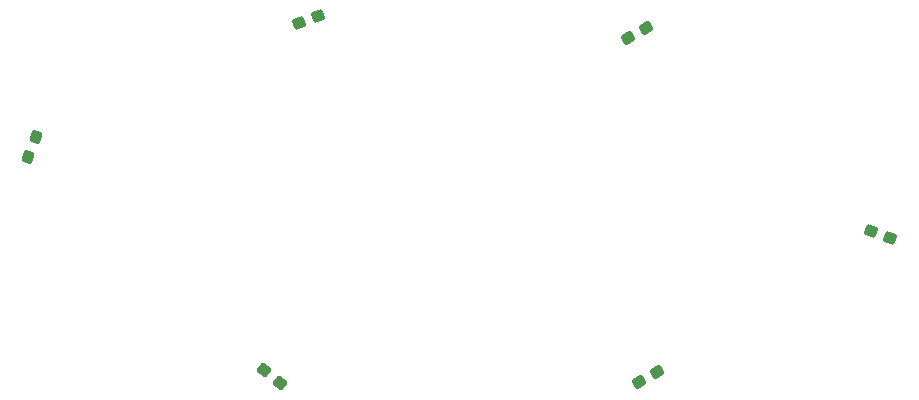
<source format=gtp>
%TF.GenerationSoftware,KiCad,Pcbnew,(6.0.2-0)*%
%TF.CreationDate,2022-12-09T19:44:04+01:00*%
%TF.ProjectId,ornament_2022,6f726e61-6d65-46e7-945f-323032322e6b,rev?*%
%TF.SameCoordinates,Original*%
%TF.FileFunction,Paste,Top*%
%TF.FilePolarity,Positive*%
%FSLAX46Y46*%
G04 Gerber Fmt 4.6, Leading zero omitted, Abs format (unit mm)*
G04 Created by KiCad (PCBNEW (6.0.2-0)) date 2022-12-09 19:44:04*
%MOMM*%
%LPD*%
G01*
G04 APERTURE LIST*
G04 Aperture macros list*
%AMRoundRect*
0 Rectangle with rounded corners*
0 $1 Rounding radius*
0 $2 $3 $4 $5 $6 $7 $8 $9 X,Y pos of 4 corners*
0 Add a 4 corners polygon primitive as box body*
4,1,4,$2,$3,$4,$5,$6,$7,$8,$9,$2,$3,0*
0 Add four circle primitives for the rounded corners*
1,1,$1+$1,$2,$3*
1,1,$1+$1,$4,$5*
1,1,$1+$1,$6,$7*
1,1,$1+$1,$8,$9*
0 Add four rect primitives between the rounded corners*
20,1,$1+$1,$2,$3,$4,$5,0*
20,1,$1+$1,$4,$5,$6,$7,0*
20,1,$1+$1,$6,$7,$8,$9,0*
20,1,$1+$1,$8,$9,$2,$3,0*%
G04 Aperture macros list end*
%ADD10RoundRect,0.237500X-0.188932X-0.321508X0.351391X-0.124846X0.188932X0.321508X-0.351391X0.124846X0*%
%ADD11RoundRect,0.237500X-0.372900X0.002866X0.067576X-0.366737X0.372900X-0.002866X-0.067576X0.366737X0*%
%ADD12RoundRect,0.237500X-0.351391X-0.124846X0.188932X-0.321508X0.351391X0.124846X-0.188932X0.321508X0*%
%ADD13RoundRect,0.237500X-0.130232X-0.349431X0.367732X-0.061931X0.130232X0.349431X-0.367732X0.061931X0*%
%ADD14RoundRect,0.237500X0.124846X-0.351391X0.321508X0.188932X-0.124846X0.351391X-0.321508X-0.188932X0*%
G04 APERTURE END LIST*
D10*
%TO.C,D7*%
X191872492Y-41910000D03*
X193516954Y-41311464D03*
%TD*%
D11*
%TO.C,D5*%
X188933537Y-71301035D03*
X190274115Y-72425913D03*
%TD*%
D12*
%TO.C,D2*%
X240319723Y-59550686D03*
X241964185Y-60149222D03*
%TD*%
D13*
%TO.C,D6*%
X220699182Y-72352454D03*
X222214726Y-71477454D03*
%TD*%
D14*
%TO.C,D4*%
X168984558Y-53239416D03*
X169583094Y-51594954D03*
%TD*%
D13*
%TO.C,D3*%
X219710000Y-43180000D03*
X221225544Y-42305000D03*
%TD*%
M02*

</source>
